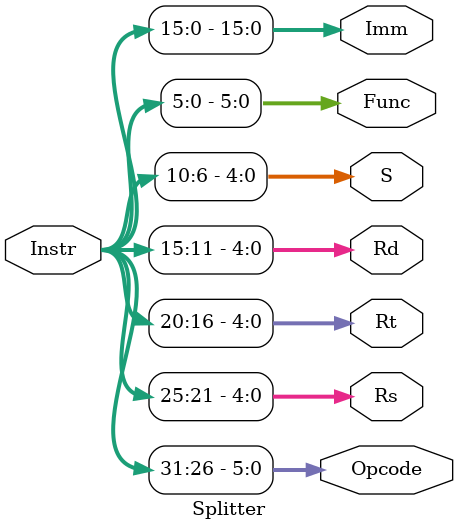
<source format=v>
module Splitter(
    input [31:0] Instr,
    output [5:0] Opcode,
    output [4:0] Rs,
    output [4:0] Rt,
    output [4:0] Rd,
    output [4:0] S,
    output [5:0] Func,
    output [15:0] Imm
);
assign Opcode = Instr[31:26];
assign Rs = Instr[25:21];
assign Rt = Instr[20:16];
assign Rd = Instr[15:11];
assign S = Instr[10:6];
assign Func = Instr[5:0];
assign Imm = Instr[15:0];
endmodule
</source>
